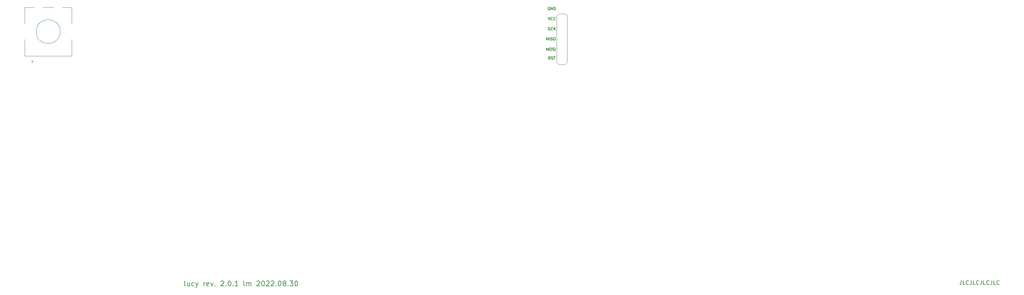
<source format=gto>
G04 #@! TF.GenerationSoftware,KiCad,Pcbnew,(6.0.5-0)*
G04 #@! TF.CreationDate,2022-08-31T07:52:38-05:00*
G04 #@! TF.ProjectId,pcb,7063622e-6b69-4636-9164-5f7063625858,rev?*
G04 #@! TF.SameCoordinates,Original*
G04 #@! TF.FileFunction,Legend,Top*
G04 #@! TF.FilePolarity,Positive*
%FSLAX46Y46*%
G04 Gerber Fmt 4.6, Leading zero omitted, Abs format (unit mm)*
G04 Created by KiCad (PCBNEW (6.0.5-0)) date 2022-08-31 07:52:38*
%MOMM*%
%LPD*%
G01*
G04 APERTURE LIST*
%ADD10C,0.150000*%
%ADD11C,0.200000*%
%ADD12C,0.120000*%
%ADD13C,3.000000*%
%ADD14C,1.750000*%
%ADD15C,3.987800*%
%ADD16R,2.000000X2.000000*%
%ADD17C,2.000000*%
%ADD18R,2.000000X3.200000*%
%ADD19C,3.800000*%
%ADD20O,1.700000X1.700000*%
%ADD21R,1.700000X1.700000*%
%ADD22C,0.650000*%
%ADD23O,1.300000X2.400000*%
%ADD24O,1.300000X1.900000*%
%ADD25C,1.700000*%
G04 APERTURE END LIST*
D10*
X291646177Y-115721330D02*
X291646177Y-116435616D01*
X291598558Y-116578473D01*
X291503320Y-116673711D01*
X291360463Y-116721330D01*
X291265225Y-116721330D01*
X292598558Y-116721330D02*
X292122367Y-116721330D01*
X292122367Y-115721330D01*
X293503320Y-116626092D02*
X293455701Y-116673711D01*
X293312844Y-116721330D01*
X293217605Y-116721330D01*
X293074748Y-116673711D01*
X292979510Y-116578473D01*
X292931891Y-116483235D01*
X292884272Y-116292759D01*
X292884272Y-116149902D01*
X292931891Y-115959426D01*
X292979510Y-115864188D01*
X293074748Y-115768950D01*
X293217605Y-115721330D01*
X293312844Y-115721330D01*
X293455701Y-115768950D01*
X293503320Y-115816569D01*
X294217605Y-115721330D02*
X294217605Y-116435616D01*
X294169986Y-116578473D01*
X294074748Y-116673711D01*
X293931891Y-116721330D01*
X293836653Y-116721330D01*
X295169986Y-116721330D02*
X294693796Y-116721330D01*
X294693796Y-115721330D01*
X296074748Y-116626092D02*
X296027129Y-116673711D01*
X295884272Y-116721330D01*
X295789034Y-116721330D01*
X295646177Y-116673711D01*
X295550939Y-116578473D01*
X295503320Y-116483235D01*
X295455701Y-116292759D01*
X295455701Y-116149902D01*
X295503320Y-115959426D01*
X295550939Y-115864188D01*
X295646177Y-115768950D01*
X295789034Y-115721330D01*
X295884272Y-115721330D01*
X296027129Y-115768950D01*
X296074748Y-115816569D01*
X296789034Y-115721330D02*
X296789034Y-116435616D01*
X296741415Y-116578473D01*
X296646177Y-116673711D01*
X296503320Y-116721330D01*
X296408082Y-116721330D01*
X297741415Y-116721330D02*
X297265225Y-116721330D01*
X297265225Y-115721330D01*
X298646177Y-116626092D02*
X298598558Y-116673711D01*
X298455701Y-116721330D01*
X298360463Y-116721330D01*
X298217605Y-116673711D01*
X298122367Y-116578473D01*
X298074748Y-116483235D01*
X298027129Y-116292759D01*
X298027129Y-116149902D01*
X298074748Y-115959426D01*
X298122367Y-115864188D01*
X298217605Y-115768950D01*
X298360463Y-115721330D01*
X298455701Y-115721330D01*
X298598558Y-115768950D01*
X298646177Y-115816569D01*
X299360463Y-115721330D02*
X299360463Y-116435616D01*
X299312844Y-116578473D01*
X299217605Y-116673711D01*
X299074748Y-116721330D01*
X298979510Y-116721330D01*
X300312844Y-116721330D02*
X299836653Y-116721330D01*
X299836653Y-115721330D01*
X301217605Y-116626092D02*
X301169986Y-116673711D01*
X301027129Y-116721330D01*
X300931891Y-116721330D01*
X300789034Y-116673711D01*
X300693796Y-116578473D01*
X300646177Y-116483235D01*
X300598558Y-116292759D01*
X300598558Y-116149902D01*
X300646177Y-115959426D01*
X300693796Y-115864188D01*
X300789034Y-115768950D01*
X300931891Y-115721330D01*
X301027129Y-115721330D01*
X301169986Y-115768950D01*
X301217605Y-115816569D01*
D11*
X97454308Y-117065476D02*
X97335260Y-117005952D01*
X97275737Y-116886904D01*
X97275737Y-115815476D01*
X98466213Y-116232142D02*
X98466213Y-117065476D01*
X97930499Y-116232142D02*
X97930499Y-116886904D01*
X97990022Y-117005952D01*
X98109070Y-117065476D01*
X98287641Y-117065476D01*
X98406689Y-117005952D01*
X98466213Y-116946428D01*
X99597165Y-117005952D02*
X99478118Y-117065476D01*
X99240022Y-117065476D01*
X99120975Y-117005952D01*
X99061451Y-116946428D01*
X99001927Y-116827380D01*
X99001927Y-116470238D01*
X99061451Y-116351190D01*
X99120975Y-116291666D01*
X99240022Y-116232142D01*
X99478118Y-116232142D01*
X99597165Y-116291666D01*
X100013832Y-116232142D02*
X100311451Y-117065476D01*
X100609070Y-116232142D02*
X100311451Y-117065476D01*
X100192403Y-117363095D01*
X100132880Y-117422619D01*
X100013832Y-117482142D01*
X102037641Y-117065476D02*
X102037641Y-116232142D01*
X102037641Y-116470238D02*
X102097165Y-116351190D01*
X102156689Y-116291666D01*
X102275737Y-116232142D01*
X102394784Y-116232142D01*
X103287641Y-117005952D02*
X103168594Y-117065476D01*
X102930499Y-117065476D01*
X102811451Y-117005952D01*
X102751927Y-116886904D01*
X102751927Y-116410714D01*
X102811451Y-116291666D01*
X102930499Y-116232142D01*
X103168594Y-116232142D01*
X103287641Y-116291666D01*
X103347165Y-116410714D01*
X103347165Y-116529761D01*
X102751927Y-116648809D01*
X103763832Y-116232142D02*
X104061451Y-117065476D01*
X104359070Y-116232142D01*
X104835260Y-116946428D02*
X104894784Y-117005952D01*
X104835260Y-117065476D01*
X104775737Y-117005952D01*
X104835260Y-116946428D01*
X104835260Y-117065476D01*
X106323356Y-115934523D02*
X106382880Y-115875000D01*
X106501927Y-115815476D01*
X106799546Y-115815476D01*
X106918594Y-115875000D01*
X106978118Y-115934523D01*
X107037641Y-116053571D01*
X107037641Y-116172619D01*
X106978118Y-116351190D01*
X106263832Y-117065476D01*
X107037641Y-117065476D01*
X107573356Y-116946428D02*
X107632880Y-117005952D01*
X107573356Y-117065476D01*
X107513832Y-117005952D01*
X107573356Y-116946428D01*
X107573356Y-117065476D01*
X108406689Y-115815476D02*
X108525737Y-115815476D01*
X108644784Y-115875000D01*
X108704308Y-115934523D01*
X108763832Y-116053571D01*
X108823356Y-116291666D01*
X108823356Y-116589285D01*
X108763832Y-116827380D01*
X108704308Y-116946428D01*
X108644784Y-117005952D01*
X108525737Y-117065476D01*
X108406689Y-117065476D01*
X108287641Y-117005952D01*
X108228118Y-116946428D01*
X108168594Y-116827380D01*
X108109070Y-116589285D01*
X108109070Y-116291666D01*
X108168594Y-116053571D01*
X108228118Y-115934523D01*
X108287641Y-115875000D01*
X108406689Y-115815476D01*
X109359070Y-116946428D02*
X109418594Y-117005952D01*
X109359070Y-117065476D01*
X109299546Y-117005952D01*
X109359070Y-116946428D01*
X109359070Y-117065476D01*
X110609070Y-117065476D02*
X109894784Y-117065476D01*
X110251927Y-117065476D02*
X110251927Y-115815476D01*
X110132880Y-115994047D01*
X110013832Y-116113095D01*
X109894784Y-116172619D01*
X112275737Y-117065476D02*
X112156689Y-117005952D01*
X112097165Y-116886904D01*
X112097165Y-115815476D01*
X112751927Y-117065476D02*
X112751927Y-116232142D01*
X112751927Y-116351190D02*
X112811451Y-116291666D01*
X112930499Y-116232142D01*
X113109070Y-116232142D01*
X113228118Y-116291666D01*
X113287641Y-116410714D01*
X113287641Y-117065476D01*
X113287641Y-116410714D02*
X113347165Y-116291666D01*
X113466213Y-116232142D01*
X113644784Y-116232142D01*
X113763832Y-116291666D01*
X113823356Y-116410714D01*
X113823356Y-117065476D01*
X115311451Y-115934523D02*
X115370975Y-115875000D01*
X115490022Y-115815476D01*
X115787641Y-115815476D01*
X115906689Y-115875000D01*
X115966213Y-115934523D01*
X116025737Y-116053571D01*
X116025737Y-116172619D01*
X115966213Y-116351190D01*
X115251927Y-117065476D01*
X116025737Y-117065476D01*
X116799546Y-115815476D02*
X116918594Y-115815476D01*
X117037641Y-115875000D01*
X117097165Y-115934523D01*
X117156689Y-116053571D01*
X117216213Y-116291666D01*
X117216213Y-116589285D01*
X117156689Y-116827380D01*
X117097165Y-116946428D01*
X117037641Y-117005952D01*
X116918594Y-117065476D01*
X116799546Y-117065476D01*
X116680499Y-117005952D01*
X116620975Y-116946428D01*
X116561451Y-116827380D01*
X116501927Y-116589285D01*
X116501927Y-116291666D01*
X116561451Y-116053571D01*
X116620975Y-115934523D01*
X116680499Y-115875000D01*
X116799546Y-115815476D01*
X117692403Y-115934523D02*
X117751927Y-115875000D01*
X117870975Y-115815476D01*
X118168594Y-115815476D01*
X118287641Y-115875000D01*
X118347165Y-115934523D01*
X118406689Y-116053571D01*
X118406689Y-116172619D01*
X118347165Y-116351190D01*
X117632880Y-117065476D01*
X118406689Y-117065476D01*
X118882880Y-115934523D02*
X118942403Y-115875000D01*
X119061451Y-115815476D01*
X119359070Y-115815476D01*
X119478118Y-115875000D01*
X119537641Y-115934523D01*
X119597165Y-116053571D01*
X119597165Y-116172619D01*
X119537641Y-116351190D01*
X118823356Y-117065476D01*
X119597165Y-117065476D01*
X120132880Y-116946428D02*
X120192403Y-117005952D01*
X120132880Y-117065476D01*
X120073356Y-117005952D01*
X120132880Y-116946428D01*
X120132880Y-117065476D01*
X120966213Y-115815476D02*
X121085260Y-115815476D01*
X121204308Y-115875000D01*
X121263832Y-115934523D01*
X121323356Y-116053571D01*
X121382879Y-116291666D01*
X121382879Y-116589285D01*
X121323356Y-116827380D01*
X121263832Y-116946428D01*
X121204308Y-117005952D01*
X121085260Y-117065476D01*
X120966213Y-117065476D01*
X120847165Y-117005952D01*
X120787641Y-116946428D01*
X120728118Y-116827380D01*
X120668594Y-116589285D01*
X120668594Y-116291666D01*
X120728118Y-116053571D01*
X120787641Y-115934523D01*
X120847165Y-115875000D01*
X120966213Y-115815476D01*
X122097165Y-116351190D02*
X121978118Y-116291666D01*
X121918594Y-116232142D01*
X121859070Y-116113095D01*
X121859070Y-116053571D01*
X121918594Y-115934523D01*
X121978118Y-115875000D01*
X122097165Y-115815476D01*
X122335260Y-115815476D01*
X122454308Y-115875000D01*
X122513832Y-115934523D01*
X122573356Y-116053571D01*
X122573356Y-116113095D01*
X122513832Y-116232142D01*
X122454308Y-116291666D01*
X122335260Y-116351190D01*
X122097165Y-116351190D01*
X121978118Y-116410714D01*
X121918594Y-116470238D01*
X121859070Y-116589285D01*
X121859070Y-116827380D01*
X121918594Y-116946428D01*
X121978118Y-117005952D01*
X122097165Y-117065476D01*
X122335260Y-117065476D01*
X122454308Y-117005952D01*
X122513832Y-116946428D01*
X122573356Y-116827380D01*
X122573356Y-116589285D01*
X122513832Y-116470238D01*
X122454308Y-116410714D01*
X122335260Y-116351190D01*
X123109070Y-116946428D02*
X123168594Y-117005952D01*
X123109070Y-117065476D01*
X123049546Y-117005952D01*
X123109070Y-116946428D01*
X123109070Y-117065476D01*
X123585260Y-115815476D02*
X124359070Y-115815476D01*
X123942403Y-116291666D01*
X124120975Y-116291666D01*
X124240022Y-116351190D01*
X124299546Y-116410714D01*
X124359070Y-116529761D01*
X124359070Y-116827380D01*
X124299546Y-116946428D01*
X124240022Y-117005952D01*
X124120975Y-117065476D01*
X123763832Y-117065476D01*
X123644784Y-117005952D01*
X123585260Y-116946428D01*
X125132880Y-115815476D02*
X125251927Y-115815476D01*
X125370975Y-115875000D01*
X125430499Y-115934523D01*
X125490022Y-116053571D01*
X125549546Y-116291666D01*
X125549546Y-116589285D01*
X125490022Y-116827380D01*
X125430499Y-116946428D01*
X125370975Y-117005952D01*
X125251927Y-117065476D01*
X125132880Y-117065476D01*
X125013832Y-117005952D01*
X124954308Y-116946428D01*
X124894784Y-116827380D01*
X124835260Y-116589285D01*
X124835260Y-116291666D01*
X124894784Y-116053571D01*
X124954308Y-115934523D01*
X125013832Y-115875000D01*
X125132880Y-115815476D01*
D10*
X187840225Y-57960616D02*
X187840225Y-57260616D01*
X188073558Y-57760616D01*
X188306891Y-57260616D01*
X188306891Y-57960616D01*
X188773558Y-57260616D02*
X188906891Y-57260616D01*
X188973558Y-57293950D01*
X189040225Y-57360616D01*
X189073558Y-57493950D01*
X189073558Y-57727283D01*
X189040225Y-57860616D01*
X188973558Y-57927283D01*
X188906891Y-57960616D01*
X188773558Y-57960616D01*
X188706891Y-57927283D01*
X188640225Y-57860616D01*
X188606891Y-57727283D01*
X188606891Y-57493950D01*
X188640225Y-57360616D01*
X188706891Y-57293950D01*
X188773558Y-57260616D01*
X189340225Y-57927283D02*
X189440225Y-57960616D01*
X189606891Y-57960616D01*
X189673558Y-57927283D01*
X189706891Y-57893950D01*
X189740225Y-57827283D01*
X189740225Y-57760616D01*
X189706891Y-57693950D01*
X189673558Y-57660616D01*
X189606891Y-57627283D01*
X189473558Y-57593950D01*
X189406891Y-57560616D01*
X189373558Y-57527283D01*
X189340225Y-57460616D01*
X189340225Y-57393950D01*
X189373558Y-57327283D01*
X189406891Y-57293950D01*
X189473558Y-57260616D01*
X189640225Y-57260616D01*
X189740225Y-57293950D01*
X190040225Y-57960616D02*
X190040225Y-57260616D01*
X187840225Y-55378112D02*
X187840225Y-54678112D01*
X188073558Y-55178112D01*
X188306891Y-54678112D01*
X188306891Y-55378112D01*
X188640225Y-55378112D02*
X188640225Y-54678112D01*
X188940225Y-55344779D02*
X189040225Y-55378112D01*
X189206891Y-55378112D01*
X189273558Y-55344779D01*
X189306891Y-55311446D01*
X189340225Y-55244779D01*
X189340225Y-55178112D01*
X189306891Y-55111446D01*
X189273558Y-55078112D01*
X189206891Y-55044779D01*
X189073558Y-55011446D01*
X189006891Y-54978112D01*
X188973558Y-54944779D01*
X188940225Y-54878112D01*
X188940225Y-54811446D01*
X188973558Y-54744779D01*
X189006891Y-54711446D01*
X189073558Y-54678112D01*
X189240225Y-54678112D01*
X189340225Y-54711446D01*
X189773558Y-54678112D02*
X189906891Y-54678112D01*
X189973558Y-54711446D01*
X190040225Y-54778112D01*
X190073558Y-54911446D01*
X190073558Y-55144779D01*
X190040225Y-55278112D01*
X189973558Y-55344779D01*
X189906891Y-55378112D01*
X189773558Y-55378112D01*
X189706891Y-55344779D01*
X189640225Y-55278112D01*
X189606891Y-55144779D01*
X189606891Y-54911446D01*
X189640225Y-54778112D01*
X189706891Y-54711446D01*
X189773558Y-54678112D01*
X188290225Y-52807283D02*
X188390225Y-52840616D01*
X188556891Y-52840616D01*
X188623558Y-52807283D01*
X188656891Y-52773950D01*
X188690225Y-52707283D01*
X188690225Y-52640616D01*
X188656891Y-52573950D01*
X188623558Y-52540616D01*
X188556891Y-52507283D01*
X188423558Y-52473950D01*
X188356891Y-52440616D01*
X188323558Y-52407283D01*
X188290225Y-52340616D01*
X188290225Y-52273950D01*
X188323558Y-52207283D01*
X188356891Y-52173950D01*
X188423558Y-52140616D01*
X188590225Y-52140616D01*
X188690225Y-52173950D01*
X189390225Y-52773950D02*
X189356891Y-52807283D01*
X189256891Y-52840616D01*
X189190225Y-52840616D01*
X189090225Y-52807283D01*
X189023558Y-52740616D01*
X188990225Y-52673950D01*
X188956891Y-52540616D01*
X188956891Y-52440616D01*
X188990225Y-52307283D01*
X189023558Y-52240616D01*
X189090225Y-52173950D01*
X189190225Y-52140616D01*
X189256891Y-52140616D01*
X189356891Y-52173950D01*
X189390225Y-52207283D01*
X189690225Y-52840616D02*
X189690225Y-52140616D01*
X190090225Y-52840616D02*
X189790225Y-52440616D01*
X190090225Y-52140616D02*
X189690225Y-52540616D01*
X188631979Y-47093950D02*
X188565313Y-47060616D01*
X188465313Y-47060616D01*
X188365313Y-47093950D01*
X188298646Y-47160616D01*
X188265313Y-47227283D01*
X188231979Y-47360616D01*
X188231979Y-47460616D01*
X188265313Y-47593950D01*
X188298646Y-47660616D01*
X188365313Y-47727283D01*
X188465313Y-47760616D01*
X188531979Y-47760616D01*
X188631979Y-47727283D01*
X188665313Y-47693950D01*
X188665313Y-47460616D01*
X188531979Y-47460616D01*
X188965313Y-47760616D02*
X188965313Y-47060616D01*
X189365313Y-47760616D01*
X189365313Y-47060616D01*
X189698646Y-47760616D02*
X189698646Y-47060616D01*
X189865313Y-47060616D01*
X189965313Y-47093950D01*
X190031979Y-47160616D01*
X190065313Y-47227283D01*
X190098646Y-47360616D01*
X190098646Y-47460616D01*
X190065313Y-47593950D01*
X190031979Y-47660616D01*
X189965313Y-47727283D01*
X189865313Y-47760616D01*
X189698646Y-47760616D01*
X188256891Y-49600616D02*
X188490225Y-50300616D01*
X188723558Y-49600616D01*
X189356891Y-50233950D02*
X189323558Y-50267283D01*
X189223558Y-50300616D01*
X189156891Y-50300616D01*
X189056891Y-50267283D01*
X188990225Y-50200616D01*
X188956891Y-50133950D01*
X188923558Y-50000616D01*
X188923558Y-49900616D01*
X188956891Y-49767283D01*
X188990225Y-49700616D01*
X189056891Y-49633950D01*
X189156891Y-49600616D01*
X189223558Y-49600616D01*
X189323558Y-49633950D01*
X189356891Y-49667283D01*
X190056891Y-50233950D02*
X190023558Y-50267283D01*
X189923558Y-50300616D01*
X189856891Y-50300616D01*
X189756891Y-50267283D01*
X189690225Y-50200616D01*
X189656891Y-50133950D01*
X189623558Y-50000616D01*
X189623558Y-49900616D01*
X189656891Y-49767283D01*
X189690225Y-49700616D01*
X189756891Y-49633950D01*
X189856891Y-49600616D01*
X189923558Y-49600616D01*
X190023558Y-49633950D01*
X190056891Y-49667283D01*
X188756891Y-60178112D02*
X188523558Y-59844779D01*
X188356891Y-60178112D02*
X188356891Y-59478112D01*
X188623558Y-59478112D01*
X188690225Y-59511446D01*
X188723558Y-59544779D01*
X188756891Y-59611446D01*
X188756891Y-59711446D01*
X188723558Y-59778112D01*
X188690225Y-59811446D01*
X188623558Y-59844779D01*
X188356891Y-59844779D01*
X189023558Y-60144779D02*
X189123558Y-60178112D01*
X189290225Y-60178112D01*
X189356891Y-60144779D01*
X189390225Y-60111446D01*
X189423558Y-60044779D01*
X189423558Y-59978112D01*
X189390225Y-59911446D01*
X189356891Y-59878112D01*
X189290225Y-59844779D01*
X189156891Y-59811446D01*
X189090225Y-59778112D01*
X189056891Y-59744779D01*
X189023558Y-59678112D01*
X189023558Y-59611446D01*
X189056891Y-59544779D01*
X189090225Y-59511446D01*
X189156891Y-59478112D01*
X189323558Y-59478112D01*
X189423558Y-59511446D01*
X189623558Y-59478112D02*
X190023558Y-59478112D01*
X189823558Y-60178112D02*
X189823558Y-59478112D01*
D12*
X57177713Y-55193958D02*
X57177713Y-59293958D01*
X58977713Y-60393958D02*
X59277713Y-60693958D01*
X61777713Y-47093958D02*
X64377713Y-47093958D01*
X59277713Y-60693958D02*
X58977713Y-60993958D01*
X68977713Y-55193958D02*
X68977713Y-59293958D01*
X68977713Y-47093958D02*
X68977713Y-51193958D01*
X57177713Y-47093958D02*
X59577713Y-47093958D01*
X66577713Y-47093958D02*
X68977713Y-47093958D01*
X57177713Y-51193958D02*
X57177713Y-47093958D01*
X57177713Y-59293958D02*
X68977713Y-59293958D01*
X58977713Y-60993958D02*
X58977713Y-60393958D01*
X66077713Y-53193958D02*
G75*
G03*
X66077713Y-53193958I-3000000J0D01*
G01*
X190865313Y-48713950D02*
X190335313Y-49243950D01*
X192465313Y-48713950D02*
X192995313Y-49143950D01*
X192465313Y-61473950D02*
X190865313Y-61473950D01*
X192995313Y-49143950D02*
X192995313Y-60943950D01*
X192465313Y-61473950D02*
X192995313Y-60943950D01*
X190865313Y-48713950D02*
X192465313Y-48713950D01*
X190865313Y-61473950D02*
X190335313Y-60943950D01*
X190335313Y-60943950D02*
X190335313Y-49243950D01*
%LPC*%
D13*
X121180225Y-50653950D03*
D14*
X119910225Y-53193950D03*
D15*
X124990225Y-53193950D03*
D13*
X127530225Y-48113950D03*
D14*
X130070225Y-53193950D03*
X206270225Y-53193950D03*
D13*
X203730225Y-48113950D03*
X197380225Y-50653950D03*
D14*
X196110225Y-53193950D03*
D15*
X201190225Y-53193950D03*
D14*
X187220225Y-53193950D03*
D13*
X178330225Y-50653950D03*
X184680225Y-48113950D03*
D14*
X177060225Y-53193950D03*
D15*
X182140225Y-53193950D03*
D14*
X168170225Y-53193950D03*
D15*
X163090225Y-53193950D03*
D13*
X165630225Y-48113950D03*
X159280225Y-50653950D03*
D14*
X158010225Y-53193950D03*
X81810225Y-53193950D03*
D15*
X86890225Y-53193950D03*
D13*
X83080225Y-50653950D03*
X89430225Y-48113950D03*
D14*
X91970225Y-53193950D03*
X225320225Y-53193950D03*
D13*
X222780225Y-48113950D03*
D15*
X220240225Y-53193950D03*
D14*
X215160225Y-53193950D03*
D13*
X216430225Y-50653950D03*
D14*
X244370225Y-53193950D03*
D13*
X235480225Y-50653950D03*
X241830225Y-48113950D03*
D14*
X234210225Y-53193950D03*
D15*
X239290225Y-53193950D03*
D14*
X91970225Y-72243950D03*
D15*
X86890225Y-72243950D03*
D13*
X83080225Y-69703950D03*
D14*
X81810225Y-72243950D03*
D13*
X89430225Y-67163950D03*
D14*
X111020225Y-72243950D03*
D13*
X102130225Y-69703950D03*
D14*
X100860225Y-72243950D03*
D13*
X108480225Y-67163950D03*
D15*
X105940225Y-72243950D03*
X144045399Y-72243950D03*
D13*
X146585399Y-67163950D03*
D14*
X138965399Y-72243950D03*
X149125399Y-72243950D03*
D13*
X140235399Y-69703950D03*
X273580225Y-50653950D03*
D15*
X277390225Y-53193950D03*
D13*
X279930225Y-48113950D03*
D14*
X272310225Y-53193950D03*
X282470225Y-53193950D03*
D13*
X165630225Y-67163950D03*
X159280225Y-69703950D03*
D14*
X168170225Y-72243950D03*
X158010225Y-72243950D03*
D15*
X163090225Y-72243950D03*
D14*
X187220225Y-72243950D03*
D15*
X182140225Y-72243950D03*
D14*
X177060225Y-72243950D03*
D13*
X184680225Y-67163950D03*
X178330225Y-69703950D03*
D14*
X196110225Y-72243950D03*
D15*
X201190225Y-72243950D03*
D13*
X203730225Y-67163950D03*
D14*
X206270225Y-72243950D03*
D13*
X197380225Y-69703950D03*
D14*
X111020225Y-110343950D03*
D15*
X105940225Y-110343950D03*
D14*
X100860225Y-110343950D03*
D13*
X108480225Y-105263950D03*
X102130225Y-107803950D03*
D14*
X119910225Y-110343950D03*
D13*
X127530225Y-105263950D03*
D14*
X130070225Y-110343950D03*
D15*
X124990225Y-110343950D03*
D13*
X121180225Y-107803950D03*
X140230225Y-107803950D03*
X146580225Y-105263950D03*
D15*
X144040225Y-110343950D03*
D14*
X149120225Y-110343950D03*
X138960225Y-110343950D03*
D13*
X159280225Y-107803950D03*
D14*
X168170225Y-110343950D03*
D13*
X165630225Y-105263950D03*
D14*
X158010225Y-110343950D03*
D15*
X163090225Y-110343950D03*
X182140225Y-110343950D03*
D14*
X187220225Y-110343950D03*
D13*
X178330225Y-107803950D03*
X184680225Y-105263950D03*
D14*
X177060225Y-110343950D03*
D15*
X220240225Y-110343950D03*
D14*
X225320225Y-110343950D03*
D13*
X222780225Y-105263950D03*
D14*
X215160225Y-110343950D03*
D13*
X216430225Y-107803950D03*
X241830225Y-105263950D03*
X235480225Y-107803950D03*
D14*
X244370225Y-110343950D03*
X234210225Y-110343950D03*
D15*
X239290225Y-110343950D03*
D14*
X253260225Y-110343950D03*
D13*
X254530225Y-107803950D03*
X260880225Y-105263950D03*
D14*
X263420225Y-110343950D03*
D15*
X258340225Y-110343950D03*
D13*
X279930225Y-105263950D03*
D15*
X277390225Y-110343950D03*
D14*
X282470225Y-110343950D03*
X272310225Y-110343950D03*
D13*
X273580225Y-107803950D03*
D14*
X196110225Y-110343950D03*
X206270225Y-110343950D03*
D13*
X203730225Y-105263950D03*
D15*
X201190225Y-110343950D03*
D13*
X197380225Y-107803950D03*
X279930225Y-86213950D03*
D15*
X277390225Y-91293950D03*
D13*
X273580225Y-88753950D03*
D14*
X272310225Y-91293950D03*
X282470225Y-91293950D03*
X253260225Y-91293950D03*
D13*
X260880225Y-86213950D03*
D15*
X258340225Y-91293950D03*
D13*
X254530225Y-88753950D03*
D14*
X263420225Y-91293950D03*
D13*
X216430225Y-88753950D03*
D14*
X215160225Y-91293950D03*
D13*
X222780225Y-86213950D03*
D14*
X225320225Y-91293950D03*
D15*
X220240225Y-91293950D03*
D14*
X187220225Y-91293950D03*
X177060225Y-91293950D03*
D15*
X182140225Y-91293950D03*
D13*
X184680225Y-86213950D03*
X178330225Y-88753950D03*
D14*
X138960225Y-91293950D03*
D13*
X146580225Y-86213950D03*
D14*
X149120225Y-91293950D03*
D15*
X144040225Y-91293950D03*
D13*
X140230225Y-88753950D03*
X83080225Y-88753950D03*
X89430225Y-86213950D03*
D14*
X91970225Y-91293950D03*
X81810225Y-91293950D03*
D15*
X86890225Y-91293950D03*
D14*
X158010225Y-91293950D03*
D13*
X159280225Y-88753950D03*
X165630225Y-86213950D03*
D14*
X168170225Y-91293950D03*
D15*
X163090225Y-91293950D03*
D13*
X298980225Y-67163950D03*
D14*
X301520225Y-72243950D03*
D13*
X292630225Y-69703950D03*
D14*
X291360225Y-72243950D03*
D15*
X296440225Y-72243950D03*
D13*
X127530225Y-86213950D03*
D14*
X130070225Y-91293950D03*
D13*
X121180225Y-88753950D03*
D14*
X119910225Y-91293950D03*
D15*
X124990225Y-91293950D03*
X105940225Y-91293950D03*
D14*
X111020225Y-91293950D03*
D13*
X108480225Y-86213950D03*
X102130225Y-88753950D03*
D14*
X100860225Y-91293950D03*
X263420225Y-72243950D03*
D13*
X260880225Y-67163950D03*
D15*
X258340225Y-72243950D03*
D13*
X254530225Y-69703950D03*
D14*
X253260225Y-72243950D03*
X234210225Y-72243950D03*
D13*
X241830225Y-67163950D03*
D15*
X239290225Y-72243950D03*
D13*
X235480225Y-69703950D03*
D14*
X244370225Y-72243950D03*
D13*
X273580225Y-69703950D03*
D15*
X277390225Y-72243950D03*
D14*
X282470225Y-72243950D03*
D13*
X279930225Y-67163950D03*
D14*
X272310225Y-72243950D03*
D13*
X298980225Y-105263950D03*
D14*
X291360225Y-110343950D03*
D15*
X296440225Y-110343950D03*
D14*
X301520225Y-110343950D03*
D13*
X292630225Y-107803950D03*
X298980225Y-86213950D03*
X292630225Y-88753950D03*
D15*
X296440225Y-91293950D03*
D14*
X301520225Y-91293950D03*
X291360225Y-91293950D03*
D13*
X292630225Y-50653950D03*
D15*
X296440225Y-53193950D03*
D14*
X301520225Y-53193950D03*
X291360225Y-53193950D03*
D13*
X298980225Y-48113950D03*
D16*
X60577713Y-60693958D03*
D17*
X65577713Y-60693958D03*
X63077713Y-60693958D03*
D18*
X57477713Y-53193958D03*
X68677713Y-53193958D03*
D17*
X65577713Y-46193958D03*
X60577713Y-46193958D03*
D13*
X108480225Y-48113950D03*
X102130225Y-50653950D03*
D14*
X111020225Y-53193950D03*
X100860225Y-53193950D03*
D15*
X105940225Y-53193950D03*
X144040225Y-53193950D03*
D14*
X149120225Y-53193950D03*
D13*
X140230225Y-50653950D03*
D14*
X138960225Y-53193950D03*
D13*
X146580225Y-48113950D03*
D15*
X63077713Y-110344006D03*
D13*
X65617713Y-105264006D03*
D14*
X57997713Y-110344006D03*
X68157713Y-110344006D03*
D13*
X59267713Y-107804006D03*
D14*
X57997713Y-72243974D03*
D13*
X59267713Y-69703974D03*
X65617713Y-67163974D03*
D14*
X68157713Y-72243974D03*
D15*
X63077713Y-72243974D03*
D13*
X59267713Y-88753990D03*
X65617713Y-86213990D03*
D14*
X68157713Y-91293990D03*
D15*
X63077713Y-91293990D03*
D14*
X57997713Y-91293990D03*
D15*
X201190225Y-91293950D03*
D13*
X203730225Y-86213950D03*
D14*
X206270225Y-91293950D03*
X196110225Y-91293950D03*
D13*
X197380225Y-88753950D03*
X241830225Y-86213950D03*
D14*
X244370225Y-91293950D03*
D15*
X239290225Y-91293950D03*
D14*
X234210225Y-91293950D03*
D13*
X235480225Y-88753950D03*
D14*
X91970225Y-110343950D03*
D13*
X89430225Y-105263950D03*
D14*
X81810225Y-110343950D03*
D13*
X83080225Y-107803950D03*
D15*
X86890225Y-110343950D03*
D13*
X254530225Y-50653950D03*
X260880225Y-48113950D03*
D14*
X253260225Y-53193950D03*
D15*
X258340225Y-53193950D03*
D14*
X263420225Y-53193950D03*
D13*
X121180225Y-69703950D03*
X127530225Y-67163950D03*
D14*
X119910225Y-72243950D03*
D15*
X124990225Y-72243950D03*
D14*
X130070225Y-72243950D03*
X215160225Y-72243950D03*
D15*
X220240225Y-72243950D03*
D13*
X222780225Y-67163950D03*
D14*
X225320225Y-72243950D03*
D13*
X216430225Y-69703950D03*
D19*
X74983973Y-53193950D03*
X286915393Y-62718958D03*
X280962279Y-100818990D03*
X96415233Y-100818990D03*
X102368363Y-62718958D03*
D14*
X68157713Y-53193958D03*
D15*
X63077713Y-53193958D03*
D14*
X57997713Y-53193958D03*
D20*
X191665313Y-60143950D03*
X191665313Y-49983950D03*
X191665313Y-55063950D03*
X191665313Y-57603950D03*
X191665313Y-52523950D03*
D21*
X191665313Y-47443950D03*
D22*
X93525217Y-42765450D03*
X99305217Y-42765450D03*
D23*
X92115217Y-43316450D03*
X100715217Y-43316450D03*
D24*
X100715217Y-39116450D03*
X92115217Y-39116450D03*
D25*
X58000000Y-116400000D03*
X60600000Y-116400000D03*
X63200000Y-116400000D03*
X58000000Y-112700000D03*
X60600000Y-112700000D03*
M02*

</source>
